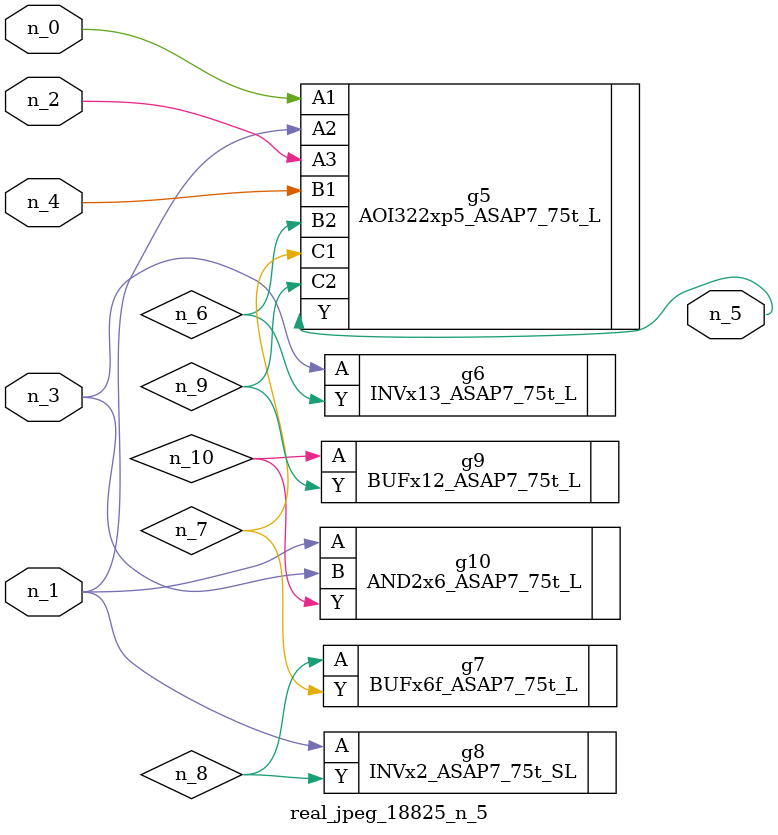
<source format=v>
module real_jpeg_18825_n_5 (n_4, n_0, n_1, n_2, n_3, n_5);

input n_4;
input n_0;
input n_1;
input n_2;
input n_3;

output n_5;

wire n_8;
wire n_6;
wire n_7;
wire n_10;
wire n_9;

AOI322xp5_ASAP7_75t_L g5 ( 
.A1(n_0),
.A2(n_1),
.A3(n_2),
.B1(n_4),
.B2(n_6),
.C1(n_7),
.C2(n_9),
.Y(n_5)
);

INVx2_ASAP7_75t_SL g8 ( 
.A(n_1),
.Y(n_8)
);

AND2x6_ASAP7_75t_L g10 ( 
.A(n_1),
.B(n_3),
.Y(n_10)
);

INVx13_ASAP7_75t_L g6 ( 
.A(n_3),
.Y(n_6)
);

BUFx6f_ASAP7_75t_L g7 ( 
.A(n_8),
.Y(n_7)
);

BUFx12_ASAP7_75t_L g9 ( 
.A(n_10),
.Y(n_9)
);


endmodule
</source>
